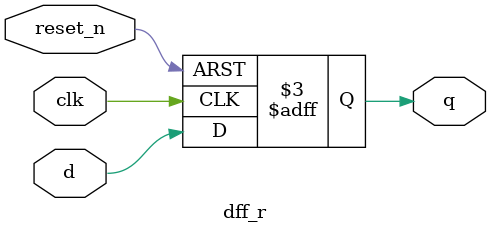
<source format=v>
module dff_r(clk, reset_n, d, q);						//Async Resettable D Flip-Flop Module
	input clk, reset_n, d;									//input define
	output reg q;												//output define
	
	always @(posedge clk or negedge reset_n) begin	//when clk is 1
		if (reset_n == 0) q <= 1'b0;
		else q <= d;
	end
	
endmodule

</source>
